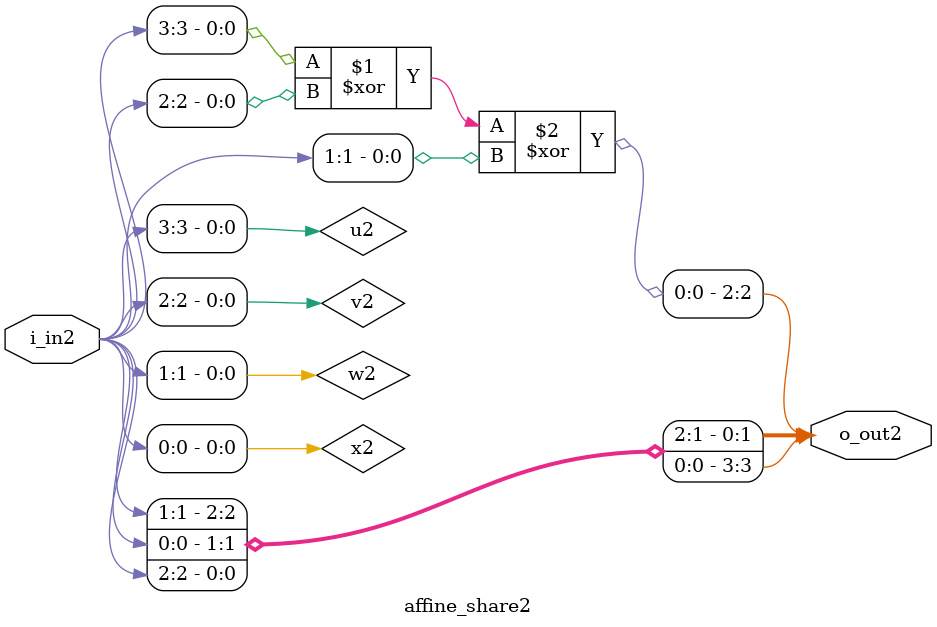
<source format=sv>
module affine_share2 (

    i_in2,
    o_out2
);         

    input wire [0:3] i_in2;
    output wire [0:3] o_out2;

    wire x2, w2, v2, u2;

    assign x2 = i_in2[0];

    assign w2 = i_in2[1];

    assign v2 = i_in2[2];

    assign u2 = i_in2[3];

    assign o_out2[3] = v2 ;

    assign o_out2[2] = u2 ^ v2 ^ w2 ;

    assign o_out2[1] = x2 ;

    assign o_out2[0] = w2 ;

endmodule


</source>
